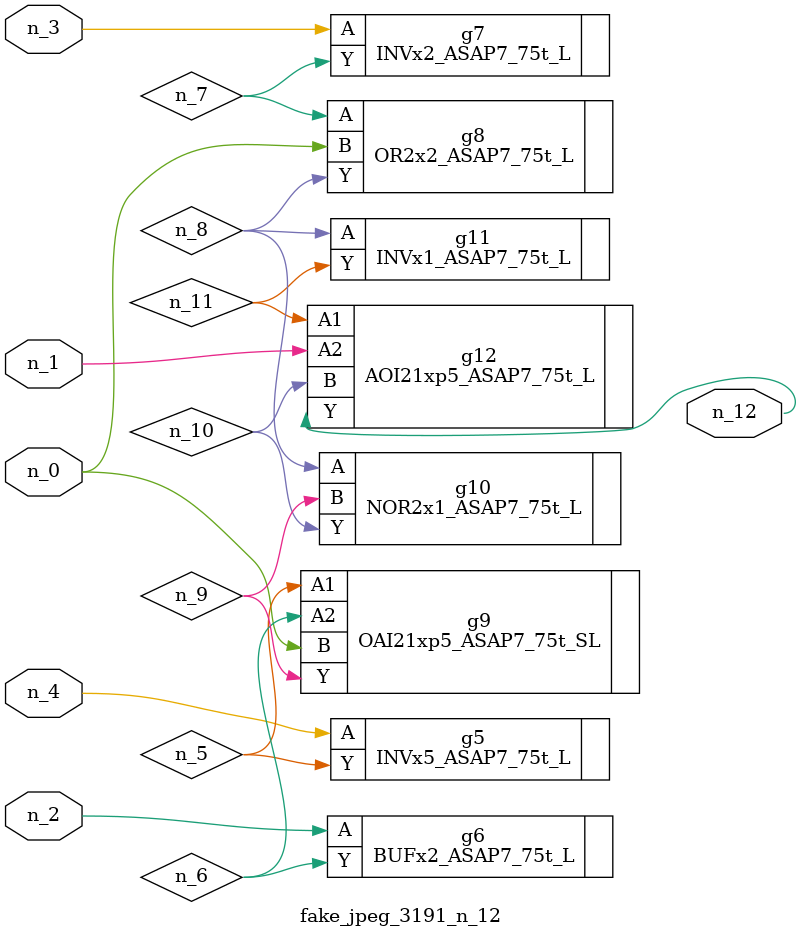
<source format=v>
module fake_jpeg_3191_n_12 (n_3, n_2, n_1, n_0, n_4, n_12);

input n_3;
input n_2;
input n_1;
input n_0;
input n_4;

output n_12;

wire n_11;
wire n_10;
wire n_8;
wire n_9;
wire n_6;
wire n_5;
wire n_7;

INVx5_ASAP7_75t_L g5 ( 
.A(n_4),
.Y(n_5)
);

BUFx2_ASAP7_75t_L g6 ( 
.A(n_2),
.Y(n_6)
);

INVx2_ASAP7_75t_L g7 ( 
.A(n_3),
.Y(n_7)
);

OR2x2_ASAP7_75t_L g8 ( 
.A(n_7),
.B(n_0),
.Y(n_8)
);

NOR2x1_ASAP7_75t_L g10 ( 
.A(n_8),
.B(n_9),
.Y(n_10)
);

OAI21xp5_ASAP7_75t_SL g9 ( 
.A1(n_5),
.A2(n_6),
.B(n_0),
.Y(n_9)
);

INVx1_ASAP7_75t_L g11 ( 
.A(n_8),
.Y(n_11)
);

AOI21xp5_ASAP7_75t_L g12 ( 
.A1(n_11),
.A2(n_1),
.B(n_10),
.Y(n_12)
);


endmodule
</source>
